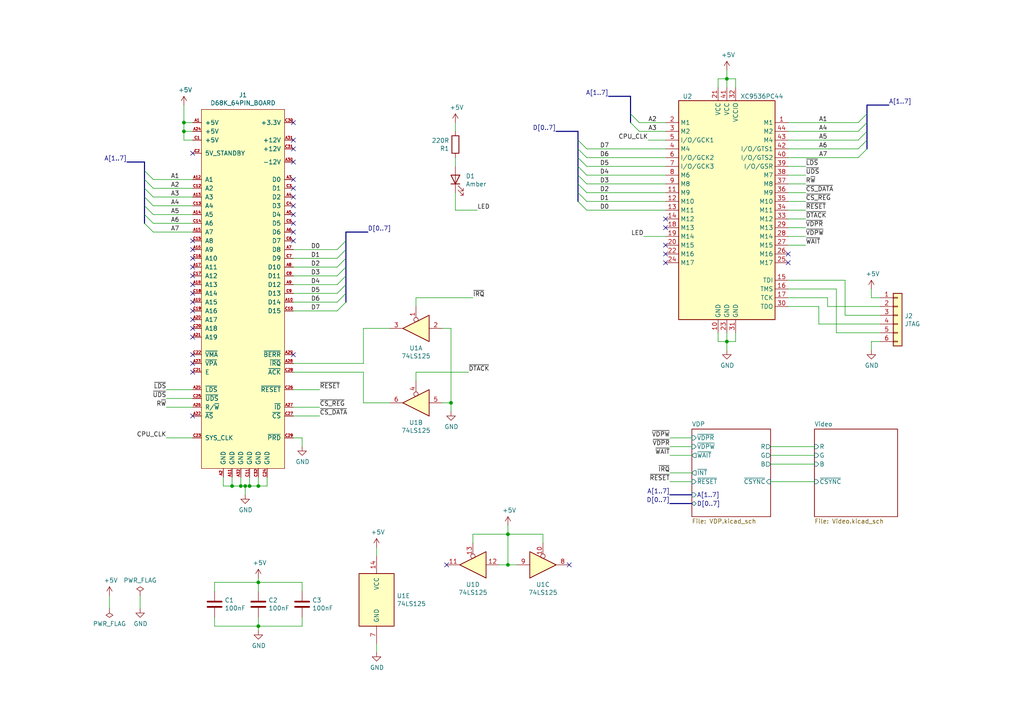
<source format=kicad_sch>
(kicad_sch (version 20211123) (generator eeschema)
  (paper "A4")
  (lib_symbols
    (symbol "74xx:74LS125" (pin_names (offset 1.016))
      (property "Reference" "U" (at 0 1.27 0))
      (property "Value" "74LS125" (at 0 -1.27 0))
      (symbol "74LS125_1_0"
        (polyline (pts (xy -3.81 3.81) (xy -3.81 -3.81) (xy 3.81 0) (xy -3.81 3.81)) (stroke (width 0.254)) (fill (type background)))
        (pin input inverted (at 0 -6.35 90) (length 4.445) (name "~") (number "1"))
        (pin input line (at -7.62 0 0) (length 3.81) (name "~") (number "2"))
        (pin tri_state line (at 7.62 0 180) (length 3.81) (name "~") (number "3"))
      )
      (symbol "74LS125_2_0"
        (polyline (pts (xy -3.81 3.81) (xy -3.81 -3.81) (xy 3.81 0) (xy -3.81 3.81)) (stroke (width 0.254)) (fill (type background)))
        (pin input inverted (at 0 -6.35 90) (length 4.445) (name "~") (number "4"))
        (pin input line (at -7.62 0 0) (length 3.81) (name "~") (number "5"))
        (pin tri_state line (at 7.62 0 180) (length 3.81) (name "~") (number "6"))
      )
      (symbol "74LS125_3_0"
        (polyline (pts (xy -3.81 3.81) (xy -3.81 -3.81) (xy 3.81 0) (xy -3.81 3.81)) (stroke (width 0.254)) (fill (type background)))
        (pin input inverted (at 0 -6.35 90) (length 4.445) (name "~") (number "10"))
        (pin tri_state line (at 7.62 0 180) (length 3.81) (name "~") (number "8"))
        (pin input line (at -7.62 0 0) (length 3.81) (name "~") (number "9"))
      )
      (symbol "74LS125_4_0"
        (polyline (pts (xy -3.81 3.81) (xy -3.81 -3.81) (xy 3.81 0) (xy -3.81 3.81)) (stroke (width 0.254)) (fill (type background)))
        (pin tri_state line (at 7.62 0 180) (length 3.81) (name "~") (number "11"))
        (pin input line (at -7.62 0 0) (length 3.81) (name "~") (number "12"))
        (pin input inverted (at 0 -6.35 90) (length 4.445) (name "~") (number "13"))
      )
      (symbol "74LS125_5_0"
        (pin power_in line (at 0 12.7 270) (length 5.08) (name "VCC") (number "14"))
        (pin power_in line (at 0 -12.7 90) (length 5.08) (name "GND") (number "7"))
      )
      (symbol "74LS125_5_1"
        (rectangle (start -5.08 7.62) (end 5.08 -7.62) (stroke (width 0.254)) (fill (type background)))
      )
    )
    (symbol "Connector_Generic:Conn_01x06" (pin_names (offset 1.016) hide)
      (property "Reference" "J" (at 0 7.62 0))
      (property "Value" "Conn_01x06" (at 0 -10.16 0))
      (symbol "Conn_01x06_1_1"
        (rectangle (start -1.27 -7.493) (end 0 -7.747) (stroke (width 0.1524)))
        (rectangle (start -1.27 -4.953) (end 0 -5.207) (stroke (width 0.1524)))
        (rectangle (start -1.27 -2.413) (end 0 -2.667) (stroke (width 0.1524)))
        (rectangle (start -1.27 0.127) (end 0 -0.127) (stroke (width 0.1524)))
        (rectangle (start -1.27 2.667) (end 0 2.413) (stroke (width 0.1524)))
        (rectangle (start -1.27 5.207) (end 0 4.953) (stroke (width 0.1524)))
        (rectangle (start -1.27 6.35) (end 1.27 -8.89) (stroke (width 0.254)) (fill (type background)))
        (pin passive line (at -5.08 5.08 0) (length 3.81) (name "Pin_1") (number "1"))
        (pin passive line (at -5.08 2.54 0) (length 3.81) (name "Pin_2") (number "2"))
        (pin passive line (at -5.08 0 0) (length 3.81) (name "Pin_3") (number "3"))
        (pin passive line (at -5.08 -2.54 0) (length 3.81) (name "Pin_4") (number "4"))
        (pin passive line (at -5.08 -5.08 0) (length 3.81) (name "Pin_5") (number "5"))
        (pin passive line (at -5.08 -7.62 0) (length 3.81) (name "Pin_6") (number "6"))
      )
    )
    (symbol "Ddraig:D68K_64PIN_BOARD" (pin_names (offset 1.016))
      (property "Reference" "J" (at -11.43 53.34 0))
      (property "Value" "D68K_64PIN_BOARD" (at -2.54 50.8 0))
      (symbol "D68K_64PIN_BOARD_0_1"
        (rectangle (start -12.7 48.26) (end 11.43 -55.88) (fill (type background)))
      )
      (symbol "D68K_64PIN_BOARD_1_1"
        (pin power_in line (at -15.24 44.45 0) (length 2.54) (name "+5V") (number "A1"))
        (pin bidirectional line (at 13.97 -7.62 180) (length 2.54) (name "D14") (number "A10"))
        (pin power_in line (at -3.81 -58.42 90) (length 2.54) (name "GND") (number "A11"))
        (pin output line (at -15.24 27.94 0) (length 2.54) (name "A1") (number "A12"))
        (pin output line (at -15.24 22.86 0) (length 2.54) (name "A3") (number "A13"))
        (pin output line (at -15.24 17.78 0) (length 2.54) (name "A5") (number "A14"))
        (pin output line (at -15.24 12.7 0) (length 2.54) (name "A7") (number "A15"))
        (pin output line (at -15.24 7.62 0) (length 2.54) (name "A9") (number "A16"))
        (pin output line (at -15.24 2.54 0) (length 2.54) (name "A11") (number "A17"))
        (pin output line (at -15.24 -2.54 0) (length 2.54) (name "A13") (number "A18"))
        (pin output line (at -15.24 -7.62 0) (length 2.54) (name "A15") (number "A19"))
        (pin power_in line (at -6.35 -58.42 90) (length 2.54) (name "GND") (number "A2"))
        (pin output line (at -15.24 -12.7 0) (length 2.54) (name "A17") (number "A20"))
        (pin output line (at -15.24 -17.78 0) (length 2.54) (name "A19") (number "A21"))
        (pin output line (at -15.24 -40.64 0) (length 2.54) (name "~{AS}") (number "A22"))
        (pin output line (at -15.24 -25.4 0) (length 2.54) (name "~{VPA}") (number "A23"))
        (pin power_in line (at -15.24 41.91 0) (length 2.54) (name "+5V") (number "A24"))
        (pin output line (at -15.24 -33.02 0) (length 2.54) (name "~{LDS}") (number "A25"))
        (pin output line (at -15.24 -38.1 0) (length 2.54) (name "R/~{W}") (number "A26"))
        (pin output line (at 13.97 -38.1 180) (length 2.54) (name "~{ID}") (number "A27"))
        (pin input line (at 13.97 -25.4 180) (length 2.54) (name "~{IRQ}") (number "A28"))
        (pin input line (at 13.97 -22.86 180) (length 2.54) (name "~{BERR}") (number "A29"))
        (pin bidirectional line (at 13.97 27.94 180) (length 2.54) (name "D0") (number "A3"))
        (pin power_in line (at 13.97 33.02 180) (length 2.54) (name "-12V") (number "A30"))
        (pin power_in line (at 13.97 39.37 180) (length 2.54) (name "+12V") (number "A31"))
        (pin power_in line (at -1.27 -58.42 90) (length 2.54) (name "GND") (number "A32"))
        (pin bidirectional line (at 13.97 22.86 180) (length 2.54) (name "D2") (number "A4"))
        (pin bidirectional line (at 13.97 17.78 180) (length 2.54) (name "D4") (number "A5"))
        (pin bidirectional line (at 13.97 12.7 180) (length 2.54) (name "D6") (number "A6"))
        (pin bidirectional line (at 13.97 7.62 180) (length 2.54) (name "D8") (number "A7"))
        (pin bidirectional line (at 13.97 2.54 180) (length 2.54) (name "D10") (number "A8"))
        (pin bidirectional line (at 13.97 -2.54 180) (length 2.54) (name "D12") (number "A9"))
        (pin power_in line (at -15.24 39.37 0) (length 2.54) (name "+5V") (number "C1"))
        (pin bidirectional line (at 13.97 -10.16 180) (length 2.54) (name "D15") (number "C10"))
        (pin power_in line (at 1.27 -58.42 90) (length 2.54) (name "GND") (number "C11"))
        (pin output line (at -15.24 25.4 0) (length 2.54) (name "A2") (number "C12"))
        (pin output line (at -15.24 20.32 0) (length 2.54) (name "A4") (number "C13"))
        (pin output line (at -15.24 15.24 0) (length 2.54) (name "A6") (number "C14"))
        (pin output line (at -15.24 10.16 0) (length 2.54) (name "A8") (number "C15"))
        (pin output line (at -15.24 5.08 0) (length 2.54) (name "A10") (number "C16"))
        (pin output line (at -15.24 0 0) (length 2.54) (name "A12") (number "C17"))
        (pin output line (at -15.24 -5.08 0) (length 2.54) (name "A14") (number "C18"))
        (pin output line (at -15.24 -10.16 0) (length 2.54) (name "A16") (number "C19"))
        (pin power_in line (at -15.24 35.56 0) (length 2.54) (name "5V_STANDBY") (number "C2"))
        (pin output line (at -15.24 -15.24 0) (length 2.54) (name "A18") (number "C20"))
        (pin output line (at -15.24 -27.94 0) (length 2.54) (name "E") (number "C21"))
        (pin output line (at -15.24 -22.86 0) (length 2.54) (name "~{VMA}") (number "C22"))
        (pin output line (at -15.24 -46.99 0) (length 2.54) (name "SYS_CLK") (number "C23"))
        (pin power_in line (at 6.35 -58.42 90) (length 2.54) (name "GND") (number "C24"))
        (pin output line (at -15.24 -35.56 0) (length 2.54) (name "~{UDS}") (number "C25"))
        (pin output line (at 13.97 -33.02 180) (length 2.54) (name "~{RESET}") (number "C26"))
        (pin output line (at 13.97 -40.64 180) (length 2.54) (name "~{CS}") (number "C27"))
        (pin input line (at 13.97 -27.94 180) (length 2.54) (name "~{ACK}") (number "C28"))
        (pin passive line (at 13.97 -46.99 180) (length 2.54) (name "~{PRD}") (number "C29"))
        (pin bidirectional line (at 13.97 25.4 180) (length 2.54) (name "D1") (number "C3"))
        (pin power_in line (at 13.97 44.45 180) (length 2.54) (name "+3.3V") (number "C30"))
        (pin power_in line (at 13.97 36.83 180) (length 2.54) (name "+12V") (number "C31"))
        (pin power_in line (at 3.81 -58.42 90) (length 2.54) (name "GND") (number "C32"))
        (pin bidirectional line (at 13.97 20.32 180) (length 2.54) (name "D3") (number "C4"))
        (pin bidirectional line (at 13.97 15.24 180) (length 2.54) (name "D5") (number "C5"))
        (pin bidirectional line (at 13.97 10.16 180) (length 2.54) (name "D7") (number "C6"))
        (pin bidirectional line (at 13.97 5.08 180) (length 2.54) (name "D9") (number "C7"))
        (pin bidirectional line (at 13.97 0 180) (length 2.54) (name "D11") (number "C8"))
        (pin bidirectional line (at 13.97 -5.08 180) (length 2.54) (name "D13") (number "C9"))
      )
    )
    (symbol "Ddraig:XC9536PC44"
      (property "Reference" "U" (at -13.97 33.02 0))
      (property "Value" "XC9536PC44" (at -13.97 -33.02 0))
      (symbol "XC9536PC44_1_1"
        (rectangle (start -13.97 31.75) (end 13.97 -31.75) (stroke (width 0.254)) (fill (type background)))
        (pin bidirectional line (at 17.78 25.4 180) (length 3.81) (name "M1") (number "1"))
        (pin power_in line (at -2.54 -35.56 90) (length 3.81) (name "GND") (number "10"))
        (pin bidirectional line (at -17.78 5.08 0) (length 3.81) (name "M9") (number "11"))
        (pin bidirectional line (at -17.78 2.54 0) (length 3.81) (name "M10") (number "12"))
        (pin bidirectional line (at -17.78 0 0) (length 3.81) (name "M11") (number "13"))
        (pin bidirectional line (at -17.78 -2.54 0) (length 3.81) (name "M12") (number "14"))
        (pin input line (at 17.78 -20.32 180) (length 3.81) (name "TDI") (number "15"))
        (pin input line (at 17.78 -22.86 180) (length 3.81) (name "TMS") (number "16"))
        (pin input line (at 17.78 -25.4 180) (length 3.81) (name "TCK") (number "17"))
        (pin bidirectional line (at -17.78 -5.08 0) (length 3.81) (name "M13") (number "18"))
        (pin bidirectional line (at -17.78 -7.62 0) (length 3.81) (name "M14") (number "19"))
        (pin bidirectional line (at -17.78 25.4 0) (length 3.81) (name "M1") (number "2"))
        (pin bidirectional line (at -17.78 -10.16 0) (length 3.81) (name "M15") (number "20"))
        (pin power_in line (at -2.54 35.56 270) (length 3.81) (name "VCC") (number "21"))
        (pin bidirectional line (at -17.78 -12.7 0) (length 3.81) (name "M16") (number "22"))
        (pin power_in line (at 0 -35.56 90) (length 3.81) (name "GND") (number "23"))
        (pin bidirectional line (at -17.78 -15.24 0) (length 3.81) (name "M17") (number "24"))
        (pin bidirectional line (at 17.78 -15.24 180) (length 3.81) (name "M17") (number "25"))
        (pin bidirectional line (at 17.78 -12.7 180) (length 3.81) (name "M16") (number "26"))
        (pin bidirectional line (at 17.78 -10.16 180) (length 3.81) (name "M15") (number "27"))
        (pin bidirectional line (at 17.78 -7.62 180) (length 3.81) (name "M14") (number "28"))
        (pin bidirectional line (at 17.78 -5.08 180) (length 3.81) (name "M13") (number "29"))
        (pin bidirectional line (at -17.78 22.86 0) (length 3.81) (name "M2") (number "3"))
        (pin output line (at 17.78 -27.94 180) (length 3.81) (name "TDO") (number "30"))
        (pin power_in line (at 2.54 -35.56 90) (length 3.81) (name "GND") (number "31"))
        (pin power_in line (at 2.54 35.56 270) (length 3.81) (name "VCCIO") (number "32"))
        (pin bidirectional line (at 17.78 -2.54 180) (length 3.81) (name "M12") (number "33"))
        (pin bidirectional line (at 17.78 0 180) (length 3.81) (name "M11") (number "34"))
        (pin bidirectional line (at 17.78 2.54 180) (length 3.81) (name "M10") (number "35"))
        (pin bidirectional line (at 17.78 5.08 180) (length 3.81) (name "M9") (number "36"))
        (pin bidirectional line (at 17.78 7.62 180) (length 3.81) (name "M8") (number "37"))
        (pin bidirectional line (at 17.78 10.16 180) (length 3.81) (name "M7") (number "38"))
        (pin bidirectional line (at 17.78 12.7 180) (length 3.81) (name "I/O/GSR") (number "39"))
        (pin bidirectional line (at -17.78 17.78 0) (length 3.81) (name "M4") (number "4"))
        (pin bidirectional line (at 17.78 15.24 180) (length 3.81) (name "I/O/GTS2") (number "40"))
        (pin power_in line (at 0 35.56 270) (length 3.81) (name "VCC") (number "41"))
        (pin bidirectional line (at 17.78 17.78 180) (length 3.81) (name "I/O/GTS1") (number "42"))
        (pin bidirectional line (at 17.78 20.32 180) (length 3.81) (name "M4") (number "43"))
        (pin bidirectional line (at 17.78 22.86 180) (length 3.81) (name "M2") (number "44"))
        (pin bidirectional line (at -17.78 20.32 0) (length 3.81) (name "I/O/GCK1") (number "5"))
        (pin bidirectional line (at -17.78 15.24 0) (length 3.81) (name "I/O/GCK2") (number "6"))
        (pin bidirectional line (at -17.78 12.7 0) (length 3.81) (name "I/O/GCK3") (number "7"))
        (pin bidirectional line (at -17.78 10.16 0) (length 3.81) (name "M6") (number "8"))
        (pin bidirectional line (at -17.78 7.62 0) (length 3.81) (name "M8") (number "9"))
      )
    )
    (symbol "Device:C" (pin_numbers hide) (pin_names (offset 0.254))
      (property "Reference" "C" (at 0.635 2.54 0))
      (property "Value" "C" (at 0.635 -2.54 0))
      (symbol "C_0_1"
        (polyline (pts (xy -2.032 -0.762) (xy 2.032 -0.762)) (stroke (width 0.508)))
        (polyline (pts (xy -2.032 0.762) (xy 2.032 0.762)) (stroke (width 0.508)))
      )
      (symbol "C_1_1"
        (pin passive line (at 0 3.81 270) (length 2.794) (name "~") (number "1"))
        (pin passive line (at 0 -3.81 90) (length 2.794) (name "~") (number "2"))
      )
    )
    (symbol "Device:LED" (pin_numbers hide) (pin_names (offset 1.016) hide)
      (property "Reference" "D" (at 0 2.54 0))
      (property "Value" "LED" (at 0 -2.54 0))
      (symbol "LED_0_1"
        (polyline (pts (xy -1.27 -1.27) (xy -1.27 1.27)) (stroke (width 0.254)))
        (polyline (pts (xy -1.27 0) (xy 1.27 0)))
        (polyline (pts (xy 1.27 -1.27) (xy 1.27 1.27) (xy -1.27 0) (xy 1.27 -1.27)) (stroke (width 0.254)))
        (polyline (pts (xy -3.048 -0.762) (xy -4.572 -2.286) (xy -3.81 -2.286) (xy -4.572 -2.286) (xy -4.572 -1.524)))
        (polyline (pts (xy -1.778 -0.762) (xy -3.302 -2.286) (xy -2.54 -2.286) (xy -3.302 -2.286) (xy -3.302 -1.524)))
      )
      (symbol "LED_1_1"
        (pin passive line (at -3.81 0 0) (length 2.54) (name "K") (number "1"))
        (pin passive line (at 3.81 0 180) (length 2.54) (name "A") (number "2"))
      )
    )
    (symbol "Device:R" (pin_numbers hide) (pin_names (offset 0))
      (property "Reference" "R" (at 2.032 0 90))
      (property "Value" "R" (at 0 0 90))
      (symbol "R_0_1"
        (rectangle (start -1.016 -2.54) (end 1.016 2.54) (stroke (width 0.254)))
      )
      (symbol "R_1_1"
        (pin passive line (at 0 3.81 270) (length 1.27) (name "~") (number "1"))
        (pin passive line (at 0 -3.81 90) (length 1.27) (name "~") (number "2"))
      )
    )
    (symbol "power:+5V" (power) (pin_names (offset 0))
      (property "Value" "+5V" (at 0 3.556 0))
      (symbol "+5V_0_1"
        (polyline (pts (xy -0.762 1.27) (xy 0 2.54)))
        (polyline (pts (xy 0 0) (xy 0 2.54)))
        (polyline (pts (xy 0 2.54) (xy 0.762 1.27)))
      )
      (symbol "+5V_1_1"
        (pin power_in line (at 0 0 90) (length 0) hide (name "+5V") (number "1"))
      )
    )
    (symbol "power:GND" (power) (pin_names (offset 0))
      (property "Value" "GND" (at 0 -3.81 0))
      (symbol "GND_0_1"
        (polyline (pts (xy 0 0) (xy 0 -1.27) (xy 1.27 -1.27) (xy 0 -2.54) (xy -1.27 -1.27) (xy 0 -1.27)))
      )
      (symbol "GND_1_1"
        (pin power_in line (at 0 0 270) (length 0) hide (name "GND") (number "1"))
      )
    )
    (symbol "power:PWR_FLAG" (power) (pin_numbers hide) (pin_names (offset 0) hide)
      (property "Value" "PWR_FLAG" (at 0 3.81 0))
      (symbol "PWR_FLAG_0_0"
        (pin power_out line (at 0 0 90) (length 0) (name "pwr") (number "1"))
      )
      (symbol "PWR_FLAG_0_1"
        (polyline (pts (xy 0 0) (xy 0 1.27) (xy -1.016 1.905) (xy 0 2.54) (xy 1.016 1.905) (xy 0 1.27)))
      )
    )
  )
  (junction (at 53.34 38.1))
  (junction (at 74.93 140.97))
  (junction (at 72.39 140.97))
  (junction (at 74.93 181.61))
  (junction (at 210.82 22.86))
  (junction (at 130.81 116.84))
  (junction (at 147.32 154.94))
  (junction (at 147.32 163.83))
  (junction (at 67.31 140.97))
  (junction (at 210.82 99.06))
  (junction (at 69.85 140.97))
  (junction (at 71.12 140.97))
  (junction (at 74.93 168.91))
  (junction (at 53.34 35.56))
  (no_connect (at 85.09 69.85))
  (no_connect (at 85.09 67.31))
  (no_connect (at 85.09 43.18))
  (no_connect (at 193.04 66.04))
  (no_connect (at 85.09 52.07))
  (no_connect (at 55.88 97.79))
  (no_connect (at 55.88 92.71))
  (no_connect (at 193.04 71.12))
  (no_connect (at 193.04 76.2))
  (no_connect (at 55.88 80.01))
  (no_connect (at 55.88 82.55))
  (no_connect (at 85.09 62.23))
  (no_connect (at 55.88 77.47))
  (no_connect (at 55.88 87.63))
  (no_connect (at 55.88 102.87))
  (no_connect (at 55.88 85.09))
  (no_connect (at 85.09 102.87))
  (no_connect (at 85.09 54.61))
  (no_connect (at 55.88 90.17))
  (no_connect (at 55.88 107.95))
  (no_connect (at 55.88 95.25))
  (no_connect (at 55.88 74.93))
  (no_connect (at 193.04 73.66))
  (no_connect (at 55.88 72.39))
  (no_connect (at 85.09 40.64))
  (no_connect (at 228.6 76.2))
  (no_connect (at 85.09 46.99))
  (no_connect (at 193.04 63.5))
  (no_connect (at 228.6 73.66))
  (no_connect (at 55.88 44.45))
  (no_connect (at 55.88 120.65))
  (no_connect (at 165.1 163.83))
  (no_connect (at 55.88 69.85))
  (no_connect (at 85.09 59.69))
  (no_connect (at 55.88 105.41))
  (no_connect (at 129.54 163.83))
  (no_connect (at 85.09 57.15))
  (no_connect (at 85.09 35.56))
  (no_connect (at 85.09 64.77))
  (bus_entry (at 41.91 62.23) (size 2.54 2.54))
  (bus_entry (at 167.64 48.26) (size 2.54 2.54))
  (bus_entry (at 100.33 74.93) (size -2.54 2.54))
  (bus_entry (at 251.46 33.02) (size -2.54 2.54))
  (bus_entry (at 41.91 54.61) (size 2.54 2.54))
  (bus_entry (at 167.64 58.42) (size 2.54 2.54))
  (bus_entry (at 251.46 40.64) (size -2.54 2.54))
  (bus_entry (at 41.91 52.07) (size 2.54 2.54))
  (bus_entry (at 251.46 35.56) (size -2.54 2.54))
  (bus_entry (at 251.46 38.1) (size -2.54 2.54))
  (bus_entry (at 167.64 50.8) (size 2.54 2.54))
  (bus_entry (at 100.33 87.63) (size -2.54 2.54))
  (bus_entry (at 41.91 59.69) (size 2.54 2.54))
  (bus_entry (at 167.64 53.34) (size 2.54 2.54))
  (bus_entry (at 167.64 45.72) (size 2.54 2.54))
  (bus_entry (at 100.33 80.01) (size -2.54 2.54))
  (bus_entry (at 41.91 64.77) (size 2.54 2.54))
  (bus_entry (at 100.33 82.55) (size -2.54 2.54))
  (bus_entry (at 100.33 69.85) (size -2.54 2.54))
  (bus_entry (at 100.33 72.39) (size -2.54 2.54))
  (bus_entry (at 167.64 40.64) (size 2.54 2.54))
  (bus_entry (at 167.64 55.88) (size 2.54 2.54))
  (bus_entry (at 41.91 57.15) (size 2.54 2.54))
  (bus_entry (at 100.33 77.47) (size -2.54 2.54))
  (bus_entry (at 251.46 43.18) (size -2.54 2.54))
  (bus_entry (at 41.91 49.53) (size 2.54 2.54))
  (bus_entry (at 167.64 43.18) (size 2.54 2.54))
  (bus_entry (at 100.33 85.09) (size -2.54 2.54))
  (bus_entry (at 182.88 33.02) (size 2.54 2.54))
  (bus_entry (at 182.88 35.56) (size 2.54 2.54))
  (bus (pts (xy 41.91 46.99) (xy 41.91 49.53)))
  (bus (pts (xy 200.66 146.05) (xy 194.31 146.05)))
  (wire (pts (xy 186.69 68.58) (xy 193.04 68.58)))
  (wire (pts (xy 236.22 132.08) (xy 223.52 132.08)))
  (bus (pts (xy 41.91 52.07) (xy 41.91 54.61)))
  (wire (pts (xy 147.32 154.94) (xy 157.48 154.94)))
  (wire (pts (xy 193.04 40.64) (xy 187.96 40.64)))
  (wire (pts (xy 62.23 181.61) (xy 74.93 181.61)))
  (wire (pts (xy 208.28 99.06) (xy 210.82 99.06)))
  (bus (pts (xy 41.91 59.69) (xy 41.91 62.23)))
  (wire (pts (xy 228.6 50.8) (xy 233.68 50.8)))
  (wire (pts (xy 135.89 107.95) (xy 120.65 107.95)))
  (wire (pts (xy 240.03 88.9) (xy 240.03 86.36)))
  (bus (pts (xy 251.46 40.64) (xy 251.46 43.18)))
  (wire (pts (xy 71.12 140.97) (xy 72.39 140.97)))
  (wire (pts (xy 74.93 181.61) (xy 87.63 181.61)))
  (wire (pts (xy 53.34 30.48) (xy 53.34 35.56)))
  (wire (pts (xy 252.73 101.6) (xy 252.73 99.06)))
  (wire (pts (xy 228.6 35.56) (xy 248.92 35.56)))
  (bus (pts (xy 100.33 80.01) (xy 100.33 82.55)))
  (wire (pts (xy 69.85 138.43) (xy 69.85 140.97)))
  (wire (pts (xy 193.04 58.42) (xy 170.18 58.42)))
  (bus (pts (xy 100.33 85.09) (xy 100.33 87.63)))
  (wire (pts (xy 62.23 171.45) (xy 62.23 168.91)))
  (wire (pts (xy 64.77 140.97) (xy 67.31 140.97)))
  (wire (pts (xy 67.31 138.43) (xy 67.31 140.97)))
  (wire (pts (xy 193.04 35.56) (xy 185.42 35.56)))
  (wire (pts (xy 55.88 64.77) (xy 44.45 64.77)))
  (wire (pts (xy 74.93 140.97) (xy 77.47 140.97)))
  (wire (pts (xy 55.88 59.69) (xy 44.45 59.69)))
  (bus (pts (xy 167.64 43.18) (xy 167.64 45.72)))
  (wire (pts (xy 137.16 157.48) (xy 137.16 154.94)))
  (bus (pts (xy 100.33 72.39) (xy 100.33 74.93)))
  (wire (pts (xy 48.26 115.57) (xy 55.88 115.57)))
  (wire (pts (xy 74.93 179.07) (xy 74.93 181.61)))
  (wire (pts (xy 194.31 129.54) (xy 200.66 129.54)))
  (wire (pts (xy 223.52 129.54) (xy 236.22 129.54)))
  (wire (pts (xy 64.77 138.43) (xy 64.77 140.97)))
  (wire (pts (xy 228.6 81.28) (xy 245.11 81.28)))
  (wire (pts (xy 85.09 74.93) (xy 97.79 74.93)))
  (wire (pts (xy 71.12 143.51) (xy 71.12 140.97)))
  (wire (pts (xy 157.48 154.94) (xy 157.48 157.48)))
  (bus (pts (xy 251.46 33.02) (xy 251.46 35.56)))
  (bus (pts (xy 167.64 38.1) (xy 161.29 38.1)))
  (bus (pts (xy 100.33 82.55) (xy 100.33 85.09)))
  (wire (pts (xy 252.73 99.06) (xy 255.27 99.06)))
  (wire (pts (xy 62.23 179.07) (xy 62.23 181.61)))
  (wire (pts (xy 200.66 127) (xy 194.31 127)))
  (wire (pts (xy 85.09 113.03) (xy 92.71 113.03)))
  (wire (pts (xy 74.93 138.43) (xy 74.93 140.97)))
  (wire (pts (xy 223.52 134.62) (xy 236.22 134.62)))
  (wire (pts (xy 228.6 43.18) (xy 248.92 43.18)))
  (bus (pts (xy 41.91 49.53) (xy 41.91 52.07)))
  (wire (pts (xy 210.82 22.86) (xy 208.28 22.86)))
  (wire (pts (xy 132.08 38.1) (xy 132.08 35.56)))
  (wire (pts (xy 85.09 82.55) (xy 97.79 82.55)))
  (wire (pts (xy 53.34 35.56) (xy 53.34 38.1)))
  (wire (pts (xy 55.88 113.03) (xy 48.26 113.03)))
  (wire (pts (xy 55.88 67.31) (xy 44.45 67.31)))
  (wire (pts (xy 74.93 181.61) (xy 74.93 182.88)))
  (wire (pts (xy 210.82 96.52) (xy 210.82 99.06)))
  (wire (pts (xy 87.63 129.54) (xy 87.63 127)))
  (wire (pts (xy 213.36 22.86) (xy 210.82 22.86)))
  (wire (pts (xy 130.81 116.84) (xy 130.81 95.25)))
  (wire (pts (xy 213.36 25.4) (xy 213.36 22.86)))
  (wire (pts (xy 233.68 63.5) (xy 228.6 63.5)))
  (wire (pts (xy 237.49 93.98) (xy 255.27 93.98)))
  (wire (pts (xy 255.27 96.52) (xy 242.57 96.52)))
  (wire (pts (xy 200.66 132.08) (xy 194.31 132.08)))
  (wire (pts (xy 237.49 93.98) (xy 237.49 88.9)))
  (wire (pts (xy 200.66 139.7) (xy 194.31 139.7)))
  (wire (pts (xy 55.88 35.56) (xy 53.34 35.56)))
  (wire (pts (xy 87.63 168.91) (xy 87.63 171.45)))
  (wire (pts (xy 72.39 140.97) (xy 74.93 140.97)))
  (wire (pts (xy 233.68 53.34) (xy 228.6 53.34)))
  (wire (pts (xy 85.09 80.01) (xy 97.79 80.01)))
  (wire (pts (xy 87.63 127) (xy 85.09 127)))
  (wire (pts (xy 233.68 48.26) (xy 228.6 48.26)))
  (wire (pts (xy 147.32 152.4) (xy 147.32 154.94)))
  (bus (pts (xy 167.64 53.34) (xy 167.64 55.88)))
  (wire (pts (xy 144.78 163.83) (xy 147.32 163.83)))
  (bus (pts (xy 182.88 27.94) (xy 182.88 33.02)))
  (bus (pts (xy 167.64 45.72) (xy 167.64 48.26)))
  (bus (pts (xy 167.64 48.26) (xy 167.64 50.8)))
  (wire (pts (xy 105.41 105.41) (xy 105.41 95.25)))
  (bus (pts (xy 100.33 74.93) (xy 100.33 77.47)))
  (bus (pts (xy 41.91 46.99) (xy 36.83 46.99)))
  (wire (pts (xy 193.04 53.34) (xy 170.18 53.34)))
  (wire (pts (xy 208.28 96.52) (xy 208.28 99.06)))
  (wire (pts (xy 55.88 38.1) (xy 53.34 38.1)))
  (wire (pts (xy 85.09 90.17) (xy 97.79 90.17)))
  (wire (pts (xy 105.41 107.95) (xy 105.41 116.84)))
  (wire (pts (xy 228.6 40.64) (xy 248.92 40.64)))
  (wire (pts (xy 85.09 72.39) (xy 97.79 72.39)))
  (wire (pts (xy 85.09 105.41) (xy 105.41 105.41)))
  (wire (pts (xy 130.81 95.25) (xy 128.27 95.25)))
  (wire (pts (xy 55.88 52.07) (xy 44.45 52.07)))
  (bus (pts (xy 167.64 55.88) (xy 167.64 58.42)))
  (wire (pts (xy 72.39 138.43) (xy 72.39 140.97)))
  (wire (pts (xy 213.36 99.06) (xy 213.36 96.52)))
  (wire (pts (xy 109.22 186.69) (xy 109.22 189.23)))
  (wire (pts (xy 252.73 83.82) (xy 252.73 86.36)))
  (wire (pts (xy 85.09 120.65) (xy 92.71 120.65)))
  (wire (pts (xy 228.6 55.88) (xy 233.68 55.88)))
  (wire (pts (xy 53.34 38.1) (xy 53.34 40.64)))
  (wire (pts (xy 233.68 66.04) (xy 228.6 66.04)))
  (wire (pts (xy 109.22 161.29) (xy 109.22 158.75)))
  (wire (pts (xy 193.04 38.1) (xy 185.42 38.1)))
  (wire (pts (xy 194.31 137.16) (xy 200.66 137.16)))
  (wire (pts (xy 55.88 54.61) (xy 44.45 54.61)))
  (bus (pts (xy 251.46 38.1) (xy 251.46 40.64)))
  (bus (pts (xy 167.64 50.8) (xy 167.64 53.34)))
  (bus (pts (xy 100.33 77.47) (xy 100.33 80.01)))
  (bus (pts (xy 100.33 69.85) (xy 100.33 72.39)))
  (wire (pts (xy 128.27 116.84) (xy 130.81 116.84)))
  (wire (pts (xy 255.27 91.44) (xy 245.11 91.44)))
  (wire (pts (xy 85.09 85.09) (xy 97.79 85.09)))
  (bus (pts (xy 106.68 67.31) (xy 100.33 67.31)))
  (bus (pts (xy 41.91 57.15) (xy 41.91 59.69)))
  (wire (pts (xy 193.04 43.18) (xy 170.18 43.18)))
  (wire (pts (xy 120.65 86.36) (xy 120.65 88.9)))
  (wire (pts (xy 228.6 83.82) (xy 242.57 83.82)))
  (wire (pts (xy 69.85 140.97) (xy 71.12 140.97)))
  (bus (pts (xy 167.64 38.1) (xy 167.64 40.64)))
  (bus (pts (xy 100.33 67.31) (xy 100.33 69.85)))
  (wire (pts (xy 242.57 96.52) (xy 242.57 83.82)))
  (wire (pts (xy 120.65 107.95) (xy 120.65 110.49)))
  (wire (pts (xy 228.6 38.1) (xy 248.92 38.1)))
  (wire (pts (xy 208.28 22.86) (xy 208.28 25.4)))
  (bus (pts (xy 182.88 27.94) (xy 176.53 27.94)))
  (wire (pts (xy 105.41 95.25) (xy 113.03 95.25)))
  (bus (pts (xy 194.31 143.51) (xy 200.66 143.51)))
  (wire (pts (xy 67.31 140.97) (xy 69.85 140.97)))
  (wire (pts (xy 132.08 48.26) (xy 132.08 45.72)))
  (wire (pts (xy 252.73 86.36) (xy 255.27 86.36)))
  (bus (pts (xy 41.91 54.61) (xy 41.91 57.15)))
  (wire (pts (xy 74.93 171.45) (xy 74.93 168.91)))
  (wire (pts (xy 40.64 172.72) (xy 40.64 176.53)))
  (wire (pts (xy 77.47 140.97) (xy 77.47 138.43)))
  (wire (pts (xy 228.6 60.96) (xy 233.68 60.96)))
  (wire (pts (xy 237.49 88.9) (xy 228.6 88.9)))
  (wire (pts (xy 138.43 60.96) (xy 132.08 60.96)))
  (wire (pts (xy 236.22 139.7) (xy 223.52 139.7)))
  (bus (pts (xy 251.46 35.56) (xy 251.46 38.1)))
  (wire (pts (xy 210.82 99.06) (xy 210.82 101.6)))
  (wire (pts (xy 31.75 176.53) (xy 31.75 172.72)))
  (bus (pts (xy 182.88 33.02) (xy 182.88 35.56)))
  (wire (pts (xy 228.6 68.58) (xy 233.68 68.58)))
  (bus (pts (xy 167.64 40.64) (xy 167.64 43.18)))
  (wire (pts (xy 55.88 127) (xy 48.26 127)))
  (wire (pts (xy 85.09 77.47) (xy 97.79 77.47)))
  (bus (pts (xy 251.46 30.48) (xy 257.81 30.48)))
  (bus (pts (xy 41.91 62.23) (xy 41.91 64.77)))
  (wire (pts (xy 228.6 45.72) (xy 248.92 45.72)))
  (wire (pts (xy 130.81 119.38) (xy 130.81 116.84)))
  (wire (pts (xy 53.34 40.64) (xy 55.88 40.64)))
  (wire (pts (xy 87.63 181.61) (xy 87.63 179.07)))
  (wire (pts (xy 74.93 168.91) (xy 87.63 168.91)))
  (wire (pts (xy 147.32 163.83) (xy 149.86 163.83)))
  (wire (pts (xy 92.71 118.11) (xy 85.09 118.11)))
  (wire (pts (xy 137.16 86.36) (xy 120.65 86.36)))
  (wire (pts (xy 85.09 107.95) (xy 105.41 107.95)))
  (wire (pts (xy 55.88 62.23) (xy 44.45 62.23)))
  (wire (pts (xy 210.82 99.06) (xy 213.36 99.06)))
  (wire (pts (xy 255.27 88.9) (xy 240.03 88.9)))
  (wire (pts (xy 55.88 57.15) (xy 44.45 57.15)))
  (bus (pts (xy 251.46 30.48) (xy 251.46 33.02)))
  (wire (pts (xy 240.03 86.36) (xy 228.6 86.36)))
  (wire (pts (xy 193.04 48.26) (xy 170.18 48.26)))
  (wire (pts (xy 193.04 45.72) (xy 170.18 45.72)))
  (wire (pts (xy 132.08 60.96) (xy 132.08 55.88)))
  (wire (pts (xy 137.16 154.94) (xy 147.32 154.94)))
  (wire (pts (xy 245.11 81.28) (xy 245.11 91.44)))
  (wire (pts (xy 193.04 50.8) (xy 170.18 50.8)))
  (wire (pts (xy 228.6 71.12) (xy 233.68 71.12)))
  (wire (pts (xy 55.88 118.11) (xy 48.26 118.11)))
  (wire (pts (xy 193.04 60.96) (xy 170.18 60.96)))
  (wire (pts (xy 74.93 168.91) (xy 74.93 167.64)))
  (wire (pts (xy 233.68 58.42) (xy 228.6 58.42)))
  (wire (pts (xy 210.82 22.86) (xy 210.82 25.4)))
  (wire (pts (xy 147.32 154.94) (xy 147.32 163.83)))
  (wire (pts (xy 193.04 55.88) (xy 170.18 55.88)))
  (wire (pts (xy 105.41 116.84) (xy 113.03 116.84)))
  (wire (pts (xy 210.82 20.32) (xy 210.82 22.86)))
  (wire (pts (xy 85.09 87.63) (xy 97.79 87.63)))
  (wire (pts (xy 62.23 168.91) (xy 74.93 168.91)))
  (label "~{CS_DATA}" (at 92.71 120.65 0))
  (label "~{CS_REG}" (at 92.71 118.11 0))
  (label "D0" (at 90.17 72.39 0))
  (label "A5" (at 49.53 62.23 0))
  (label "~{LDS}" (at 233.68 48.26 0))
  (label "~{RESET}" (at 194.31 139.7 180))
  (label "D4" (at 90.17 82.55 0))
  (label "~{UDS}" (at 48.26 115.57 180))
  (label "~{VDPW}" (at 194.31 127 180))
  (label "D3" (at 173.99 53.34 0))
  (label "A1" (at 49.53 52.07 0))
  (label "~{DTACK}" (at 233.68 63.5 0))
  (label "D[0..7]" (at 106.68 67.31 0))
  (label "D7" (at 173.99 43.18 0))
  (label "D1" (at 173.99 58.42 0))
  (label "A[1..7]" (at 194.31 143.51 180))
  (label "A[1..7]" (at 176.53 27.94 180))
  (label "~{RESET}" (at 233.68 60.96 0))
  (label "~{LDS}" (at 48.26 113.03 180))
  (label "D2" (at 90.17 77.47 0))
  (label "D1" (at 90.17 74.93 0))
  (label "A5" (at 237.49 40.64 0))
  (label "A6" (at 49.53 64.77 0))
  (label "A3" (at 190.5 38.1 180))
  (label "D7" (at 90.17 90.17 0))
  (label "~{IRQ}" (at 137.16 86.36 0))
  (label "A[1..7]" (at 36.83 46.99 180))
  (label "~{VDPW}" (at 233.68 68.58 0))
  (label "~{WAIT}" (at 233.68 71.12 0))
  (label "A2" (at 190.5 35.56 180))
  (label "CPU_CLK" (at 48.26 127 180))
  (label "~{WAIT}" (at 194.31 132.08 180))
  (label "A7" (at 237.49 45.72 0))
  (label "D6" (at 90.17 87.63 0))
  (label "LED" (at 186.69 68.58 180))
  (label "D5" (at 173.99 48.26 0))
  (label "CPU_CLK" (at 187.96 40.64 180))
  (label "~{IRQ}" (at 194.31 137.16 180))
  (label "A[1..7]" (at 257.81 30.48 0))
  (label "A4" (at 49.53 59.69 0))
  (label "D2" (at 173.99 55.88 0))
  (label "R~{W}" (at 48.26 118.11 180))
  (label "D0" (at 173.99 60.96 0))
  (label "~{UDS}" (at 233.68 50.8 0))
  (label "~{DTACK}" (at 135.89 107.95 0))
  (label "A3" (at 49.53 57.15 0))
  (label "~{CS_DATA}" (at 233.68 55.88 0))
  (label "A2" (at 49.53 54.61 0))
  (label "D[0..7]" (at 161.29 38.1 180))
  (label "D3" (at 90.17 80.01 0))
  (label "R~{W}" (at 233.68 53.34 0))
  (label "~{VDPR}" (at 233.68 66.04 0))
  (label "D[0..7]" (at 194.31 146.05 180))
  (label "D4" (at 173.99 50.8 0))
  (label "LED" (at 138.43 60.96 0))
  (label "D6" (at 173.99 45.72 0))
  (label "A1" (at 237.49 35.56 0))
  (label "~{RESET}" (at 92.71 113.03 0))
  (label "D5" (at 90.17 85.09 0))
  (label "A4" (at 237.49 38.1 0))
  (label "~{CS_REG}" (at 233.68 58.42 0))
  (label "~{VDPR}" (at 194.31 129.54 180))
  (label "A7" (at 49.53 67.31 0))
  (label "A6" (at 237.49 43.18 0))
  (symbol (lib_id "Connector_Generic:Conn_01x06") (at 260.35 91.44 0) (unit 1)
    (property "Reference" "J2" (at 262.382 91.6432 0) (effects (justify left)))
    (property "Value" "JTAG" (at 262.382 93.9546 0) (effects (justify left)))
    (property "Footprint" "Connector_PinHeader_2.54mm:PinHeader_1x06_P2.54mm_Vertical" (effects hide))
  )
  (symbol (lib_id "Ddraig:D68K_64PIN_BOARD") (at 71.12 80.01 0) (unit 1)
    (property "Reference" "J1" (at 70.485 27.559 0))
    (property "Value" "D68K_64PIN_BOARD" (at 70.485 29.8704 0))
    (property "Footprint" "Ddraig:DIN41612_C_2x32_Male_Horizontal_THT" (effects hide))
  )
  (symbol (lib_id "power:+5V") (at 31.75 172.72 0) (unit 1)
    (property "Reference" "#PWR01" (effects hide))
    (property "Value" "+5V" (at 32.131 168.3258 0))
  )
  (symbol (lib_id "power:GND") (at 87.63 129.54 0) (unit 1)
    (property "Reference" "#PWR07" (effects hide))
    (property "Value" "GND" (at 87.757 133.9342 0))
  )
  (symbol (lib_id "power:GND") (at 40.64 176.53 0) (unit 1)
    (property "Reference" "#PWR02" (effects hide))
    (property "Value" "GND" (at 40.767 180.9242 0))
  )
  (symbol (lib_id "74xx:74LS125") (at 120.65 95.25 180) (unit 1)
    (property "Reference" "U1" (at 120.65 100.965 0))
    (property "Value" "74LS125" (at 120.65 103.2764 0))
    (property "Footprint" "Package_SO:SO-14_3.9x8.65mm_P1.27mm" (effects hide))
    (property "Datasheet" "http://www.ti.com/lit/gpn/sn74LS125" (effects hide))
  )
  (symbol (lib_id "74xx:74LS125") (at 120.65 116.84 180) (unit 2)
    (property "Reference" "U1" (at 120.65 122.555 0))
    (property "Value" "74LS125" (at 120.65 124.8664 0))
    (property "Footprint" "Package_SO:SO-14_3.9x8.65mm_P1.27mm" (effects hide))
    (property "Datasheet" "http://www.ti.com/lit/gpn/sn74LS125" (effects hide))
  )
  (symbol (lib_id "74xx:74LS125") (at 157.48 163.83 0) (mirror x) (unit 3)
    (property "Reference" "U1" (at 157.48 169.545 0))
    (property "Value" "74LS125" (at 157.48 171.8564 0))
    (property "Footprint" "Package_SO:SO-14_3.9x8.65mm_P1.27mm" (effects hide))
    (property "Datasheet" "http://www.ti.com/lit/gpn/sn74LS125" (effects hide))
  )
  (symbol (lib_id "74xx:74LS125") (at 137.16 163.83 180) (unit 4)
    (property "Reference" "U1" (at 137.16 169.545 0))
    (property "Value" "74LS125" (at 137.16 171.8564 0))
    (property "Footprint" "Package_SO:SO-14_3.9x8.65mm_P1.27mm" (effects hide))
    (property "Datasheet" "http://www.ti.com/lit/gpn/sn74LS125" (effects hide))
  )
  (symbol (lib_id "74xx:74LS125") (at 109.22 173.99 0) (unit 5)
    (property "Reference" "U1" (at 115.062 172.8216 0) (effects (justify left)))
    (property "Value" "74LS125" (at 115.062 175.133 0) (effects (justify left)))
    (property "Footprint" "Package_SO:SO-14_3.9x8.65mm_P1.27mm" (effects hide))
    (property "Datasheet" "http://www.ti.com/lit/gpn/sn74LS125" (effects hide))
  )
  (symbol (lib_id "power:GND") (at 130.81 119.38 0) (unit 1)
    (property "Reference" "#PWR010" (effects hide))
    (property "Value" "GND" (at 130.937 123.7742 0))
  )
  (symbol (lib_id "power:GND") (at 109.22 189.23 0) (unit 1)
    (property "Reference" "#PWR09" (effects hide))
    (property "Value" "GND" (at 109.347 193.6242 0))
  )
  (symbol (lib_id "power:+5V") (at 109.22 158.75 0) (unit 1)
    (property "Reference" "#PWR08" (effects hide))
    (property "Value" "+5V" (at 109.601 154.3558 0))
  )
  (symbol (lib_id "power:+5V") (at 147.32 152.4 0) (unit 1)
    (property "Reference" "#PWR012" (effects hide))
    (property "Value" "+5V" (at 147.701 148.0058 0))
  )
  (symbol (lib_id "Device:LED") (at 132.08 52.07 90) (unit 1)
    (property "Reference" "D1" (at 135.0772 51.0794 90) (effects (justify right)))
    (property "Value" "Amber" (at 135.0772 53.3908 90) (effects (justify right)))
    (property "Footprint" "LED_SMD:LED_1206_3216Metric" (effects hide))
  )
  (symbol (lib_id "Device:R") (at 132.08 41.91 180) (unit 1)
    (property "Reference" "R1" (at 130.302 43.0784 0) (effects (justify left)))
    (property "Value" "220R" (at 130.302 40.767 0) (effects (justify left)))
    (property "Footprint" "LED_SMD:LED_0805_2012Metric" (effects hide))
  )
  (symbol (lib_id "power:+5V") (at 132.08 35.56 0) (unit 1)
    (property "Reference" "#PWR011" (effects hide))
    (property "Value" "+5V" (at 132.461 31.1658 0))
  )
  (symbol (lib_id "power:GND") (at 210.82 101.6 0) (unit 1)
    (property "Reference" "#PWR014" (effects hide))
    (property "Value" "GND" (at 210.947 105.9942 0))
  )
  (symbol (lib_id "power:+5V") (at 210.82 20.32 0) (unit 1)
    (property "Reference" "#PWR013" (effects hide))
    (property "Value" "+5V" (at 211.201 15.9258 0))
  )
  (symbol (lib_id "Ddraig:XC9536PC44") (at 210.82 60.96 0) (unit 1)
    (property "Reference" "U2" (at 199.39 27.94 0))
    (property "Value" "XC9536PC44" (at 220.98 27.94 0))
    (property "Footprint" "Package_LCC:PLCC-44" (effects hide))
    (property "Datasheet" "xilinx/xc9536.pdf" (effects hide))
  )
  (symbol (lib_id "power:GND") (at 252.73 101.6 0) (unit 1)
    (property "Reference" "#PWR016" (effects hide))
    (property "Value" "GND" (at 252.857 105.9942 0))
  )
  (symbol (lib_id "power:+5V") (at 252.73 83.82 0) (unit 1)
    (property "Reference" "#PWR015" (effects hide))
    (property "Value" "+5V" (at 253.111 79.4258 0))
  )
  (symbol (lib_id "power:PWR_FLAG") (at 40.64 172.72 0) (unit 1)
    (property "Reference" "#FLG02" (effects hide))
    (property "Value" "PWR_FLAG" (at 40.64 168.3258 0))
  )
  (symbol (lib_id "power:PWR_FLAG") (at 31.75 176.53 180) (unit 1)
    (property "Reference" "#FLG01" (effects hide))
    (property "Value" "PWR_FLAG" (at 31.75 180.9242 0))
  )
  (symbol (lib_id "power:+5V") (at 53.34 30.48 0) (unit 1)
    (property "Reference" "#PWR03" (effects hide))
    (property "Value" "+5V" (at 53.721 26.0858 0))
  )
  (symbol (lib_id "power:GND") (at 71.12 143.51 0) (unit 1)
    (property "Reference" "#PWR04" (effects hide))
    (property "Value" "GND" (at 71.247 147.9042 0))
  )
  (symbol (lib_id "Device:C") (at 74.93 175.26 0) (unit 1)
    (property "Reference" "C2" (at 77.851 174.0916 0) (effects (justify left)))
    (property "Value" "100nF" (at 77.851 176.403 0) (effects (justify left)))
    (property "Footprint" "Capacitor_SMD:C_0805_2012Metric" (effects hide))
  )
  (symbol (lib_id "Device:C") (at 87.63 175.26 0) (unit 1)
    (property "Reference" "C3" (at 90.551 174.0916 0) (effects (justify left)))
    (property "Value" "100nF" (at 90.551 176.403 0) (effects (justify left)))
    (property "Footprint" "Capacitor_SMD:C_0805_2012Metric" (effects hide))
  )
  (symbol (lib_id "Device:C") (at 62.23 175.26 0) (unit 1)
    (property "Reference" "C1" (at 65.151 174.0916 0) (effects (justify left)))
    (property "Value" "100nF" (at 65.151 176.403 0) (effects (justify left)))
    (property "Footprint" "Capacitor_SMD:C_0805_2012Metric" (effects hide))
  )
  (symbol (lib_id "power:GND") (at 74.93 182.88 0) (unit 1)
    (property "Reference" "#PWR06" (effects hide))
    (property "Value" "GND" (at 75.057 187.2742 0))
  )
  (symbol (lib_id "power:+5V") (at 74.93 167.64 0) (unit 1)
    (property "Reference" "#PWR05" (effects hide))
    (property "Value" "+5V" (at 75.311 163.2458 0))
  )
  (sheet (at 236.22 124.46) (size 24.13 25.4)
    (property "Sheet name" "Video" (at 236.22 123.7484 0) (effects (justify left bottom)))
    (property "Sheet file" "Video.kicad_sch" (at 236.22 150.4446 0) (effects (justify left top)))
    (pin "R" input (at 236.22 129.54 180))
    (pin "G" input (at 236.22 132.08 180))
    (pin "B" input (at 236.22 134.62 180))
    (pin "~{CSYNC}" input (at 236.22 139.7 180))
  )
  (sheet (at 200.66 124.46) (size 22.86 25.4)
    (property "Sheet name" "VDP" (at 200.66 123.7484 0) (effects (justify left bottom)))
    (property "Sheet file" "VDP.kicad_sch" (at 200.66 150.4446 0) (effects (justify left top)))
    (pin "~{VDPR}" input (at 200.66 127 180))
    (pin "~{VDPW}" input (at 200.66 129.54 180))
    (pin "~{INT}" output (at 200.66 137.16 180))
    (pin "~{RESET}" input (at 200.66 139.7 180))
    (pin "G" output (at 223.52 132.08 0))
    (pin "R" output (at 223.52 129.54 0))
    (pin "B" output (at 223.52 134.62 0))
    (pin "~{CSYNC}" input (at 223.52 139.7 0))
    (pin "~{WAIT}" output (at 200.66 132.08 180))
    (pin "A[1..7]" input (at 200.66 143.51 180))
    (pin "D[0..7]" bidirectional (at 200.66 146.05 180))
  )
)
</source>
